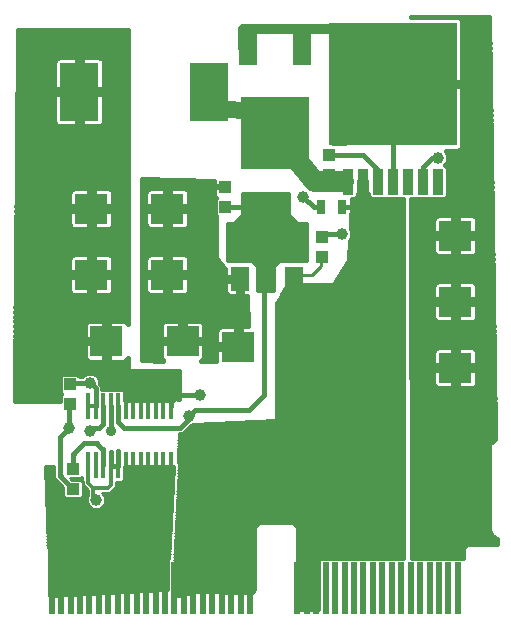
<source format=gtl>
G75*
%MOIN*%
%OFA0B0*%
%FSLAX25Y25*%
%IPPOS*%
%LPD*%
%AMOC8*
5,1,8,0,0,1.08239X$1,22.5*
%
%ADD10R,0.03937X0.04331*%
%ADD11R,0.03150X0.04724*%
%ADD12R,0.22835X0.24409*%
%ADD13R,0.06299X0.11811*%
%ADD14R,0.03600X0.08500*%
%ADD15R,0.42500X0.41000*%
%ADD16R,0.12992X0.19291*%
%ADD17R,0.14961X0.07874*%
%ADD18R,0.05906X0.07874*%
%ADD19R,0.01575X0.09055*%
%ADD20R,0.04331X0.03937*%
%ADD21R,0.02362X0.17717*%
%ADD22R,0.10906X0.10039*%
%ADD23C,0.01600*%
%ADD24C,0.05600*%
%ADD25C,0.07000*%
%ADD26C,0.03962*%
%ADD27C,0.03200*%
%ADD28C,0.02400*%
%ADD29C,0.01200*%
%ADD30C,0.04000*%
%ADD31C,0.01000*%
%ADD32C,0.03569*%
D10*
X0028700Y0075754D03*
X0028700Y0082446D03*
X0080500Y0141654D03*
X0080500Y0148346D03*
X0112730Y0131699D03*
X0112730Y0125006D03*
X0115000Y0152207D03*
X0115000Y0158900D03*
D11*
X0112361Y0141435D03*
X0119448Y0141435D03*
D12*
X0097000Y0166295D03*
D13*
X0088004Y0194563D03*
X0105996Y0194563D03*
D14*
X0121500Y0149811D03*
X0126500Y0149811D03*
X0131500Y0149811D03*
X0136500Y0149811D03*
X0141500Y0149811D03*
X0146500Y0149811D03*
X0151500Y0149811D03*
D15*
X0136500Y0182611D03*
D16*
X0075154Y0180000D03*
X0031846Y0180000D03*
D17*
X0094400Y0142402D03*
D18*
X0094400Y0117598D03*
X0085345Y0117598D03*
X0103455Y0117598D03*
D19*
X0062319Y0075124D03*
X0059819Y0075124D03*
X0057319Y0075124D03*
X0054819Y0075124D03*
X0052319Y0075124D03*
X0049819Y0075124D03*
X0047319Y0075124D03*
X0044819Y0075124D03*
X0042319Y0075124D03*
X0039819Y0075124D03*
X0037319Y0075124D03*
X0034819Y0075124D03*
X0034819Y0055439D03*
X0037319Y0055439D03*
X0039819Y0055439D03*
X0042319Y0055439D03*
X0044819Y0055439D03*
X0047319Y0055439D03*
X0049819Y0055439D03*
X0052319Y0055439D03*
X0054819Y0055439D03*
X0057319Y0055439D03*
X0059819Y0055439D03*
X0062319Y0055439D03*
D20*
X0029800Y0054246D03*
X0029800Y0047554D03*
D21*
X0028949Y0014449D03*
X0025799Y0014449D03*
X0022650Y0014449D03*
X0032098Y0014449D03*
X0035248Y0014449D03*
X0038398Y0014449D03*
X0041547Y0014449D03*
X0044697Y0014449D03*
X0047846Y0014449D03*
X0050996Y0014449D03*
X0054146Y0014449D03*
X0057295Y0014449D03*
X0060445Y0014449D03*
X0063594Y0014449D03*
X0066744Y0014449D03*
X0069894Y0014449D03*
X0073043Y0014449D03*
X0076193Y0014449D03*
X0079343Y0014449D03*
X0082492Y0014449D03*
X0085642Y0014449D03*
X0088791Y0014449D03*
X0104539Y0014449D03*
X0107689Y0014449D03*
X0110839Y0014449D03*
X0113988Y0014449D03*
X0117138Y0014449D03*
X0120287Y0014449D03*
X0123437Y0014449D03*
X0126587Y0014449D03*
X0129736Y0014449D03*
X0132886Y0014449D03*
X0136035Y0014449D03*
X0139185Y0014449D03*
X0142335Y0014449D03*
X0145484Y0014449D03*
X0148634Y0014449D03*
X0151783Y0014449D03*
X0154933Y0014449D03*
X0158083Y0014449D03*
D22*
X0157177Y0088000D03*
X0157177Y0110000D03*
X0157177Y0132000D03*
X0131823Y0132000D03*
X0131823Y0110000D03*
X0131823Y0088000D03*
X0110177Y0095000D03*
X0084823Y0095000D03*
X0066277Y0096900D03*
X0061177Y0119000D03*
X0061177Y0141000D03*
X0035823Y0141000D03*
X0035823Y0119000D03*
X0040923Y0096900D03*
D23*
X0040123Y0097078D02*
X0010497Y0097078D01*
X0010512Y0098676D02*
X0033670Y0098676D01*
X0033670Y0097700D02*
X0040123Y0097700D01*
X0040123Y0103720D01*
X0035233Y0103720D01*
X0034775Y0103597D01*
X0034365Y0103360D01*
X0034030Y0103025D01*
X0033793Y0102614D01*
X0033670Y0102157D01*
X0033670Y0097700D01*
X0033670Y0096100D02*
X0033670Y0091643D01*
X0033793Y0091186D01*
X0034030Y0090775D01*
X0034365Y0090440D01*
X0034775Y0090203D01*
X0035233Y0090080D01*
X0040123Y0090080D01*
X0040123Y0096100D01*
X0041723Y0096100D01*
X0041723Y0090080D01*
X0046613Y0090080D01*
X0047070Y0090203D01*
X0047481Y0090440D01*
X0047816Y0090775D01*
X0048000Y0091094D01*
X0048000Y0086800D01*
X0065100Y0086800D01*
X0065100Y0077500D01*
X0064906Y0077498D01*
X0064906Y0079889D01*
X0064784Y0080347D01*
X0064547Y0080757D01*
X0064212Y0081092D01*
X0063801Y0081329D01*
X0063343Y0081452D01*
X0062319Y0081452D01*
X0062319Y0080215D01*
X0062319Y0080215D01*
X0062319Y0081452D01*
X0061295Y0081452D01*
X0061069Y0081391D01*
X0060843Y0081452D01*
X0059819Y0081452D01*
X0059819Y0080215D01*
X0059819Y0080215D01*
X0059819Y0080215D01*
X0059819Y0081452D01*
X0058795Y0081452D01*
X0058569Y0081391D01*
X0058343Y0081452D01*
X0057319Y0081452D01*
X0057319Y0080215D01*
X0057319Y0080215D01*
X0057319Y0080215D01*
X0057319Y0081452D01*
X0056295Y0081452D01*
X0056069Y0081391D01*
X0055843Y0081452D01*
X0054819Y0081452D01*
X0054819Y0080215D01*
X0054819Y0080215D01*
X0054819Y0080215D01*
X0054819Y0081452D01*
X0053795Y0081452D01*
X0053569Y0081391D01*
X0053343Y0081452D01*
X0052319Y0081452D01*
X0052319Y0080215D01*
X0052319Y0080215D01*
X0052319Y0080215D01*
X0052319Y0081452D01*
X0051295Y0081452D01*
X0051069Y0081391D01*
X0050843Y0081452D01*
X0049819Y0081452D01*
X0049819Y0080215D01*
X0049819Y0080215D01*
X0049819Y0080215D01*
X0049819Y0081452D01*
X0048795Y0081452D01*
X0048569Y0081391D01*
X0048343Y0081452D01*
X0047319Y0081452D01*
X0047319Y0080215D01*
X0047319Y0081452D01*
X0046295Y0081452D01*
X0045837Y0081329D01*
X0045426Y0081092D01*
X0045386Y0081052D01*
X0039519Y0081052D01*
X0039519Y0082092D01*
X0038881Y0082730D01*
X0038881Y0083673D01*
X0038366Y0084915D01*
X0037415Y0085866D01*
X0036173Y0086381D01*
X0034827Y0086381D01*
X0033585Y0085866D01*
X0032918Y0085200D01*
X0032060Y0085200D01*
X0031248Y0086012D01*
X0026152Y0086012D01*
X0025331Y0085192D01*
X0025331Y0079701D01*
X0025933Y0079100D01*
X0025331Y0078499D01*
X0025331Y0076992D01*
X0010300Y0076800D01*
X0011500Y0200500D01*
X0048000Y0200500D01*
X0048000Y0102706D01*
X0047816Y0103025D01*
X0047481Y0103360D01*
X0047070Y0103597D01*
X0046613Y0103720D01*
X0041723Y0103720D01*
X0041723Y0097700D01*
X0040123Y0097700D01*
X0040123Y0096100D01*
X0033670Y0096100D01*
X0033670Y0095479D02*
X0010481Y0095479D01*
X0010466Y0093881D02*
X0033670Y0093881D01*
X0033670Y0092282D02*
X0010450Y0092282D01*
X0010435Y0090684D02*
X0034121Y0090684D01*
X0033638Y0085888D02*
X0031372Y0085888D01*
X0029946Y0083000D02*
X0028700Y0082446D01*
X0029946Y0083000D02*
X0035500Y0083000D01*
X0037319Y0081181D01*
X0037319Y0075124D01*
X0039819Y0075124D02*
X0039819Y0069319D01*
X0038500Y0068000D01*
X0036500Y0068000D01*
X0035500Y0067000D01*
X0037086Y0063000D02*
X0033500Y0063000D01*
X0030093Y0059593D01*
X0029800Y0058886D02*
X0029800Y0054246D01*
X0025500Y0052268D02*
X0025502Y0052208D01*
X0025507Y0052147D01*
X0025516Y0052088D01*
X0025529Y0052029D01*
X0025545Y0051970D01*
X0025565Y0051913D01*
X0025588Y0051858D01*
X0025615Y0051803D01*
X0025644Y0051751D01*
X0025677Y0051700D01*
X0025713Y0051651D01*
X0025751Y0051605D01*
X0025793Y0051561D01*
X0029800Y0047554D01*
X0025500Y0052268D02*
X0025500Y0065000D01*
X0028500Y0068000D01*
X0028500Y0075754D01*
X0028700Y0075754D01*
X0025331Y0077896D02*
X0010311Y0077896D01*
X0010326Y0079494D02*
X0025538Y0079494D01*
X0025331Y0081093D02*
X0010342Y0081093D01*
X0010357Y0082691D02*
X0025331Y0082691D01*
X0025331Y0084290D02*
X0010373Y0084290D01*
X0010388Y0085888D02*
X0026028Y0085888D01*
X0037362Y0085888D02*
X0065100Y0085888D01*
X0065100Y0084290D02*
X0038625Y0084290D01*
X0038920Y0082691D02*
X0065100Y0082691D01*
X0065100Y0081093D02*
X0064211Y0081093D01*
X0064906Y0079494D02*
X0065100Y0079494D01*
X0065100Y0077896D02*
X0064906Y0077896D01*
X0062319Y0075819D02*
X0062319Y0075124D01*
X0062323Y0075120D01*
X0061045Y0079000D02*
X0072100Y0079000D01*
X0070500Y0074000D02*
X0088500Y0074000D01*
X0093500Y0079000D01*
X0093500Y0116698D01*
X0091500Y0116260D02*
X0096500Y0116260D01*
X0096500Y0114662D02*
X0091500Y0114662D01*
X0091500Y0114000D02*
X0091500Y0122000D01*
X0089500Y0124000D01*
X0081500Y0124000D01*
X0081500Y0136000D01*
X0083500Y0136000D01*
X0086500Y0139000D01*
X0086500Y0146000D01*
X0101500Y0146000D01*
X0101500Y0139000D01*
X0104500Y0136000D01*
X0107500Y0136000D01*
X0107500Y0124000D01*
X0098500Y0124000D01*
X0096500Y0122000D01*
X0096500Y0114000D01*
X0091500Y0114000D01*
X0091500Y0117859D02*
X0096500Y0117859D01*
X0096500Y0119457D02*
X0091500Y0119457D01*
X0091500Y0121056D02*
X0096500Y0121056D01*
X0097154Y0122654D02*
X0090846Y0122654D01*
X0086021Y0116922D02*
X0084668Y0116922D01*
X0080592Y0116922D01*
X0080592Y0113424D01*
X0080715Y0112967D01*
X0080952Y0112556D01*
X0081287Y0112221D01*
X0081697Y0111984D01*
X0082155Y0111861D01*
X0084668Y0111861D01*
X0084668Y0116922D01*
X0084668Y0118275D01*
X0080592Y0118275D01*
X0080592Y0121000D01*
X0080500Y0121000D01*
X0077500Y0124600D01*
X0077500Y0138540D01*
X0077131Y0138908D01*
X0077131Y0144399D01*
X0077456Y0144723D01*
X0077426Y0144741D01*
X0077091Y0145076D01*
X0076854Y0145486D01*
X0076731Y0145944D01*
X0076731Y0148162D01*
X0080316Y0148162D01*
X0080316Y0148531D01*
X0076731Y0148531D01*
X0076731Y0150299D01*
X0052700Y0150800D01*
X0052800Y0090500D01*
X0059783Y0090403D01*
X0059719Y0090440D01*
X0059384Y0090775D01*
X0059147Y0091186D01*
X0059024Y0091643D01*
X0059024Y0096100D01*
X0065477Y0096100D01*
X0065477Y0097700D01*
X0059024Y0097700D01*
X0059024Y0102157D01*
X0059147Y0102614D01*
X0059384Y0103025D01*
X0059719Y0103360D01*
X0060130Y0103597D01*
X0060587Y0103720D01*
X0065477Y0103720D01*
X0065477Y0097700D01*
X0067077Y0097700D01*
X0067077Y0103720D01*
X0071967Y0103720D01*
X0072425Y0103597D01*
X0072835Y0103360D01*
X0073170Y0103025D01*
X0073407Y0102614D01*
X0073530Y0102157D01*
X0073530Y0097700D01*
X0067077Y0097700D01*
X0067077Y0096100D01*
X0073530Y0096100D01*
X0073530Y0091643D01*
X0073407Y0091186D01*
X0073170Y0090775D01*
X0072835Y0090440D01*
X0072466Y0090227D01*
X0077570Y0090156D01*
X0077570Y0094200D01*
X0084023Y0094200D01*
X0084023Y0095800D01*
X0084023Y0101820D01*
X0079133Y0101820D01*
X0078675Y0101697D01*
X0078265Y0101460D01*
X0077930Y0101125D01*
X0077693Y0100714D01*
X0077570Y0100257D01*
X0077570Y0095800D01*
X0084023Y0095800D01*
X0085623Y0095800D01*
X0085623Y0101820D01*
X0088160Y0101820D01*
X0087616Y0111861D01*
X0086021Y0111861D01*
X0086021Y0116922D01*
X0086021Y0116260D02*
X0084668Y0116260D01*
X0084668Y0114662D02*
X0086021Y0114662D01*
X0086021Y0113063D02*
X0084668Y0113063D01*
X0087637Y0111465D02*
X0052765Y0111465D01*
X0052763Y0113063D02*
X0054176Y0113063D01*
X0054284Y0112875D02*
X0054619Y0112540D01*
X0055030Y0112303D01*
X0055487Y0112180D01*
X0060377Y0112180D01*
X0060377Y0118200D01*
X0053924Y0118200D01*
X0053924Y0113743D01*
X0054047Y0113286D01*
X0054284Y0112875D01*
X0053924Y0114662D02*
X0052760Y0114662D01*
X0052757Y0116260D02*
X0053924Y0116260D01*
X0053924Y0117859D02*
X0052755Y0117859D01*
X0052752Y0119457D02*
X0060377Y0119457D01*
X0060377Y0119800D02*
X0060377Y0118200D01*
X0061977Y0118200D01*
X0061977Y0112180D01*
X0066867Y0112180D01*
X0067325Y0112303D01*
X0067735Y0112540D01*
X0068070Y0112875D01*
X0068307Y0113286D01*
X0068430Y0113743D01*
X0068430Y0118200D01*
X0061977Y0118200D01*
X0061977Y0119800D01*
X0060377Y0119800D01*
X0053924Y0119800D01*
X0053924Y0124257D01*
X0054047Y0124714D01*
X0054284Y0125125D01*
X0054619Y0125460D01*
X0055030Y0125697D01*
X0055487Y0125820D01*
X0060377Y0125820D01*
X0060377Y0119800D01*
X0060000Y0119700D02*
X0061400Y0119700D01*
X0061400Y0118700D01*
X0072400Y0118700D01*
X0072400Y0121000D01*
X0073900Y0118600D02*
X0061900Y0120600D01*
X0061900Y0118100D01*
X0061200Y0118100D01*
X0061200Y0118300D01*
X0060000Y0118300D01*
X0060000Y0119700D01*
X0060377Y0121056D02*
X0061977Y0121056D01*
X0061977Y0119800D02*
X0061977Y0125820D01*
X0066867Y0125820D01*
X0067325Y0125697D01*
X0067735Y0125460D01*
X0068070Y0125125D01*
X0068307Y0124714D01*
X0068430Y0124257D01*
X0068430Y0119800D01*
X0061977Y0119800D01*
X0061977Y0119457D02*
X0080592Y0119457D01*
X0080454Y0121056D02*
X0068430Y0121056D01*
X0068430Y0122654D02*
X0079122Y0122654D01*
X0077789Y0124253D02*
X0068430Y0124253D01*
X0068430Y0117859D02*
X0084668Y0117859D01*
X0080592Y0116260D02*
X0068430Y0116260D01*
X0068430Y0114662D02*
X0080592Y0114662D01*
X0080689Y0113063D02*
X0068179Y0113063D01*
X0061977Y0113063D02*
X0060377Y0113063D01*
X0060377Y0114662D02*
X0061977Y0114662D01*
X0061977Y0116260D02*
X0060377Y0116260D01*
X0060377Y0117859D02*
X0061977Y0117859D01*
X0061977Y0122654D02*
X0060377Y0122654D01*
X0060377Y0124253D02*
X0061977Y0124253D01*
X0053924Y0124253D02*
X0052744Y0124253D01*
X0052741Y0125851D02*
X0077500Y0125851D01*
X0077500Y0127450D02*
X0052739Y0127450D01*
X0052736Y0129048D02*
X0077500Y0129048D01*
X0077500Y0130647D02*
X0052733Y0130647D01*
X0052731Y0132245D02*
X0077500Y0132245D01*
X0077500Y0133844D02*
X0052728Y0133844D01*
X0052725Y0135442D02*
X0054005Y0135442D01*
X0054047Y0135286D02*
X0054284Y0134875D01*
X0054619Y0134540D01*
X0055030Y0134303D01*
X0055487Y0134180D01*
X0060377Y0134180D01*
X0060377Y0140200D01*
X0053924Y0140200D01*
X0053924Y0135743D01*
X0054047Y0135286D01*
X0053924Y0137041D02*
X0052723Y0137041D01*
X0052720Y0138639D02*
X0053924Y0138639D01*
X0052718Y0140238D02*
X0060377Y0140238D01*
X0060377Y0140200D02*
X0060377Y0141800D01*
X0053924Y0141800D01*
X0053924Y0146257D01*
X0054047Y0146714D01*
X0054284Y0147125D01*
X0054619Y0147460D01*
X0055030Y0147697D01*
X0055487Y0147820D01*
X0060377Y0147820D01*
X0060377Y0141800D01*
X0061977Y0141800D01*
X0061977Y0147820D01*
X0066867Y0147820D01*
X0067325Y0147697D01*
X0067735Y0147460D01*
X0068070Y0147125D01*
X0068307Y0146714D01*
X0068430Y0146257D01*
X0068430Y0141800D01*
X0061977Y0141800D01*
X0061977Y0140200D01*
X0061977Y0134180D01*
X0066867Y0134180D01*
X0067325Y0134303D01*
X0067735Y0134540D01*
X0068070Y0134875D01*
X0068307Y0135286D01*
X0068430Y0135743D01*
X0068430Y0140200D01*
X0061977Y0140200D01*
X0060377Y0140200D01*
X0060377Y0138639D02*
X0061977Y0138639D01*
X0061977Y0137041D02*
X0060377Y0137041D01*
X0060377Y0135442D02*
X0061977Y0135442D01*
X0061977Y0140238D02*
X0077131Y0140238D01*
X0077131Y0141836D02*
X0068430Y0141836D01*
X0068430Y0143435D02*
X0077131Y0143435D01*
X0077134Y0145033D02*
X0068430Y0145033D01*
X0068329Y0146632D02*
X0076731Y0146632D01*
X0076731Y0149829D02*
X0052702Y0149829D01*
X0052704Y0148230D02*
X0080316Y0148230D01*
X0080500Y0141654D02*
X0086846Y0141654D01*
X0088500Y0140000D01*
X0091998Y0140000D01*
X0094400Y0142402D01*
X0101500Y0141836D02*
X0086500Y0141836D01*
X0086500Y0140238D02*
X0101500Y0140238D01*
X0101861Y0138639D02*
X0086139Y0138639D01*
X0084541Y0137041D02*
X0103459Y0137041D01*
X0107500Y0135442D02*
X0081500Y0135442D01*
X0081500Y0133844D02*
X0107500Y0133844D01*
X0107500Y0132245D02*
X0081500Y0132245D01*
X0081500Y0130647D02*
X0107500Y0130647D01*
X0107500Y0129048D02*
X0081500Y0129048D01*
X0081500Y0127450D02*
X0107500Y0127450D01*
X0107500Y0125851D02*
X0081500Y0125851D01*
X0081500Y0124253D02*
X0107500Y0124253D01*
X0112500Y0124776D02*
X0112730Y0125006D01*
X0112730Y0131699D02*
X0113611Y0132581D01*
X0119505Y0132581D01*
X0119448Y0141435D02*
X0126339Y0141435D01*
X0126500Y0141596D01*
X0121694Y0149394D02*
X0121500Y0149811D01*
X0119835Y0150301D01*
X0121694Y0149394D02*
X0121694Y0151622D01*
X0121663Y0151654D01*
X0115000Y0152207D01*
X0115000Y0158900D02*
X0126600Y0158821D01*
X0131500Y0154000D01*
X0131500Y0149811D01*
X0136500Y0149811D02*
X0136500Y0167500D01*
X0134500Y0169500D01*
X0142538Y0181811D02*
X0142535Y0183411D01*
X0159550Y0183411D01*
X0159550Y0203348D01*
X0159427Y0203806D01*
X0159190Y0204216D01*
X0158855Y0204551D01*
X0158445Y0204788D01*
X0157987Y0204911D01*
X0142500Y0204911D01*
X0142500Y0205000D01*
X0168500Y0205000D01*
X0170490Y0064093D01*
X0169630Y0063737D01*
X0168913Y0063019D01*
X0168525Y0062082D01*
X0168525Y0033528D01*
X0169525Y0031796D01*
X0170958Y0030969D01*
X0170982Y0029243D01*
X0161709Y0029243D01*
X0160772Y0028855D01*
X0160055Y0028137D01*
X0159667Y0027200D01*
X0159667Y0024707D01*
X0142794Y0024707D01*
X0142599Y0144161D01*
X0143880Y0144161D01*
X0144000Y0144281D01*
X0144120Y0144161D01*
X0148880Y0144161D01*
X0149000Y0144281D01*
X0149120Y0144161D01*
X0153880Y0144161D01*
X0154700Y0144981D01*
X0154700Y0154641D01*
X0153880Y0155461D01*
X0153742Y0155461D01*
X0154366Y0156085D01*
X0154881Y0157327D01*
X0154881Y0158673D01*
X0154366Y0159915D01*
X0153971Y0160311D01*
X0157987Y0160311D01*
X0158445Y0160433D01*
X0158855Y0160670D01*
X0159190Y0161006D01*
X0159427Y0161416D01*
X0159550Y0161874D01*
X0159550Y0181811D01*
X0142538Y0181811D01*
X0142535Y0183398D02*
X0168805Y0183398D01*
X0168783Y0184996D02*
X0159550Y0184996D01*
X0159550Y0186595D02*
X0168760Y0186595D01*
X0168737Y0188193D02*
X0159550Y0188193D01*
X0159550Y0189792D02*
X0168715Y0189792D01*
X0168692Y0191390D02*
X0159550Y0191390D01*
X0159550Y0192989D02*
X0168670Y0192989D01*
X0168647Y0194587D02*
X0159550Y0194587D01*
X0159550Y0196186D02*
X0168624Y0196186D01*
X0168602Y0197784D02*
X0159550Y0197784D01*
X0159550Y0199383D02*
X0168579Y0199383D01*
X0168557Y0200981D02*
X0159550Y0200981D01*
X0159550Y0202580D02*
X0168534Y0202580D01*
X0168512Y0204178D02*
X0159212Y0204178D01*
X0159550Y0181799D02*
X0168828Y0181799D01*
X0168850Y0180201D02*
X0159550Y0180201D01*
X0159550Y0178602D02*
X0168873Y0178602D01*
X0168895Y0177003D02*
X0159550Y0177003D01*
X0159550Y0175405D02*
X0168918Y0175405D01*
X0168941Y0173806D02*
X0159550Y0173806D01*
X0159550Y0172208D02*
X0168963Y0172208D01*
X0168986Y0170609D02*
X0159550Y0170609D01*
X0159550Y0169011D02*
X0169008Y0169011D01*
X0169031Y0167412D02*
X0159550Y0167412D01*
X0159550Y0165814D02*
X0169053Y0165814D01*
X0169076Y0164215D02*
X0159550Y0164215D01*
X0159550Y0162617D02*
X0169099Y0162617D01*
X0169121Y0161018D02*
X0159198Y0161018D01*
X0154881Y0157821D02*
X0169166Y0157821D01*
X0169189Y0156223D02*
X0154424Y0156223D01*
X0154700Y0154624D02*
X0169211Y0154624D01*
X0169234Y0153026D02*
X0154700Y0153026D01*
X0154700Y0151427D02*
X0169257Y0151427D01*
X0169279Y0149829D02*
X0154700Y0149829D01*
X0154700Y0148230D02*
X0169302Y0148230D01*
X0169324Y0146632D02*
X0154700Y0146632D01*
X0154700Y0145033D02*
X0169347Y0145033D01*
X0169369Y0143435D02*
X0142600Y0143435D01*
X0142603Y0141836D02*
X0169392Y0141836D01*
X0169415Y0140238D02*
X0142606Y0140238D01*
X0142608Y0138639D02*
X0150930Y0138639D01*
X0151030Y0138697D02*
X0150619Y0138460D01*
X0150284Y0138125D01*
X0150047Y0137714D01*
X0149924Y0137257D01*
X0149924Y0132800D01*
X0156377Y0132800D01*
X0156377Y0131200D01*
X0149924Y0131200D01*
X0149924Y0126743D01*
X0150047Y0126286D01*
X0150284Y0125875D01*
X0150619Y0125540D01*
X0151030Y0125303D01*
X0151487Y0125180D01*
X0156377Y0125180D01*
X0156377Y0131200D01*
X0157977Y0131200D01*
X0157977Y0125180D01*
X0162867Y0125180D01*
X0163325Y0125303D01*
X0163735Y0125540D01*
X0164070Y0125875D01*
X0164307Y0126286D01*
X0164430Y0126743D01*
X0164430Y0131200D01*
X0157977Y0131200D01*
X0157977Y0132800D01*
X0156377Y0132800D01*
X0156377Y0138820D01*
X0151487Y0138820D01*
X0151030Y0138697D01*
X0149924Y0137041D02*
X0142611Y0137041D01*
X0142613Y0135442D02*
X0149924Y0135442D01*
X0149924Y0133844D02*
X0142616Y0133844D01*
X0142619Y0132245D02*
X0156377Y0132245D01*
X0156377Y0130647D02*
X0157977Y0130647D01*
X0157977Y0132245D02*
X0169527Y0132245D01*
X0169550Y0130647D02*
X0164430Y0130647D01*
X0164430Y0129048D02*
X0169573Y0129048D01*
X0169595Y0127450D02*
X0164430Y0127450D01*
X0164046Y0125851D02*
X0169618Y0125851D01*
X0169640Y0124253D02*
X0142632Y0124253D01*
X0142629Y0125851D02*
X0150308Y0125851D01*
X0149924Y0127450D02*
X0142626Y0127450D01*
X0142624Y0129048D02*
X0149924Y0129048D01*
X0149924Y0130647D02*
X0142621Y0130647D01*
X0142634Y0122654D02*
X0169663Y0122654D01*
X0169686Y0121056D02*
X0142637Y0121056D01*
X0142639Y0119457D02*
X0169708Y0119457D01*
X0169731Y0117859D02*
X0142642Y0117859D01*
X0142645Y0116260D02*
X0150419Y0116260D01*
X0150284Y0116125D02*
X0150619Y0116460D01*
X0151030Y0116697D01*
X0151487Y0116820D01*
X0156377Y0116820D01*
X0156377Y0110800D01*
X0156377Y0109200D01*
X0149924Y0109200D01*
X0149924Y0104743D01*
X0150047Y0104286D01*
X0150284Y0103875D01*
X0150619Y0103540D01*
X0151030Y0103303D01*
X0151487Y0103180D01*
X0156377Y0103180D01*
X0156377Y0109200D01*
X0157977Y0109200D01*
X0157977Y0103180D01*
X0162867Y0103180D01*
X0163325Y0103303D01*
X0163735Y0103540D01*
X0164070Y0103875D01*
X0164307Y0104286D01*
X0164430Y0104743D01*
X0164430Y0109200D01*
X0157977Y0109200D01*
X0157977Y0110800D01*
X0156377Y0110800D01*
X0149924Y0110800D01*
X0149924Y0115257D01*
X0150047Y0115714D01*
X0150284Y0116125D01*
X0149924Y0114662D02*
X0142647Y0114662D01*
X0142650Y0113063D02*
X0149924Y0113063D01*
X0149924Y0111465D02*
X0142652Y0111465D01*
X0142655Y0109866D02*
X0156377Y0109866D01*
X0156377Y0108268D02*
X0157977Y0108268D01*
X0157977Y0109866D02*
X0169844Y0109866D01*
X0169866Y0108268D02*
X0164430Y0108268D01*
X0164430Y0106669D02*
X0169889Y0106669D01*
X0169911Y0105070D02*
X0164430Y0105070D01*
X0163617Y0103472D02*
X0169934Y0103472D01*
X0169956Y0101873D02*
X0142668Y0101873D01*
X0142671Y0100275D02*
X0169979Y0100275D01*
X0170002Y0098676D02*
X0142673Y0098676D01*
X0142676Y0097078D02*
X0170024Y0097078D01*
X0170047Y0095479D02*
X0142679Y0095479D01*
X0142681Y0093881D02*
X0150143Y0093881D01*
X0150047Y0093714D02*
X0149924Y0093257D01*
X0149924Y0088800D01*
X0156377Y0088800D01*
X0156377Y0087200D01*
X0149924Y0087200D01*
X0149924Y0082743D01*
X0150047Y0082286D01*
X0150284Y0081875D01*
X0150619Y0081540D01*
X0151030Y0081303D01*
X0151487Y0081180D01*
X0156377Y0081180D01*
X0156377Y0087200D01*
X0157977Y0087200D01*
X0157977Y0081180D01*
X0162867Y0081180D01*
X0163325Y0081303D01*
X0163735Y0081540D01*
X0164070Y0081875D01*
X0164307Y0082286D01*
X0164430Y0082743D01*
X0164430Y0087200D01*
X0157977Y0087200D01*
X0157977Y0088800D01*
X0156377Y0088800D01*
X0156377Y0094820D01*
X0151487Y0094820D01*
X0151030Y0094697D01*
X0150619Y0094460D01*
X0150284Y0094125D01*
X0150047Y0093714D01*
X0149924Y0092282D02*
X0142684Y0092282D01*
X0142686Y0090684D02*
X0149924Y0090684D01*
X0149924Y0089085D02*
X0142689Y0089085D01*
X0142692Y0087487D02*
X0156377Y0087487D01*
X0156377Y0089085D02*
X0157977Y0089085D01*
X0157977Y0088800D02*
X0157977Y0094820D01*
X0162867Y0094820D01*
X0163325Y0094697D01*
X0163735Y0094460D01*
X0164070Y0094125D01*
X0164307Y0093714D01*
X0164430Y0093257D01*
X0164430Y0088800D01*
X0157977Y0088800D01*
X0157977Y0087487D02*
X0170160Y0087487D01*
X0170137Y0089085D02*
X0164430Y0089085D01*
X0164430Y0090684D02*
X0170114Y0090684D01*
X0170092Y0092282D02*
X0164430Y0092282D01*
X0164211Y0093881D02*
X0170069Y0093881D01*
X0170182Y0085888D02*
X0164430Y0085888D01*
X0164430Y0084290D02*
X0170205Y0084290D01*
X0170227Y0082691D02*
X0164416Y0082691D01*
X0170250Y0081093D02*
X0142702Y0081093D01*
X0142699Y0082691D02*
X0149938Y0082691D01*
X0149924Y0084290D02*
X0142697Y0084290D01*
X0142694Y0085888D02*
X0149924Y0085888D01*
X0156377Y0085888D02*
X0157977Y0085888D01*
X0157977Y0084290D02*
X0156377Y0084290D01*
X0156377Y0082691D02*
X0157977Y0082691D01*
X0157977Y0090684D02*
X0156377Y0090684D01*
X0156377Y0092282D02*
X0157977Y0092282D01*
X0157977Y0093881D02*
X0156377Y0093881D01*
X0156377Y0103472D02*
X0157977Y0103472D01*
X0157977Y0105070D02*
X0156377Y0105070D01*
X0156377Y0106669D02*
X0157977Y0106669D01*
X0157977Y0110800D02*
X0164430Y0110800D01*
X0164430Y0115257D01*
X0164307Y0115714D01*
X0164070Y0116125D01*
X0163735Y0116460D01*
X0163325Y0116697D01*
X0162867Y0116820D01*
X0157977Y0116820D01*
X0157977Y0110800D01*
X0157977Y0111465D02*
X0156377Y0111465D01*
X0156377Y0113063D02*
X0157977Y0113063D01*
X0157977Y0114662D02*
X0156377Y0114662D01*
X0156377Y0116260D02*
X0157977Y0116260D01*
X0163935Y0116260D02*
X0169753Y0116260D01*
X0169776Y0114662D02*
X0164430Y0114662D01*
X0164430Y0113063D02*
X0169798Y0113063D01*
X0169821Y0111465D02*
X0164430Y0111465D01*
X0157977Y0125851D02*
X0156377Y0125851D01*
X0156377Y0127450D02*
X0157977Y0127450D01*
X0157977Y0129048D02*
X0156377Y0129048D01*
X0157977Y0132800D02*
X0164430Y0132800D01*
X0164430Y0137257D01*
X0164307Y0137714D01*
X0164070Y0138125D01*
X0163735Y0138460D01*
X0163325Y0138697D01*
X0162867Y0138820D01*
X0157977Y0138820D01*
X0157977Y0132800D01*
X0157977Y0133844D02*
X0156377Y0133844D01*
X0156377Y0135442D02*
X0157977Y0135442D01*
X0157977Y0137041D02*
X0156377Y0137041D01*
X0156377Y0138639D02*
X0157977Y0138639D01*
X0163425Y0138639D02*
X0169437Y0138639D01*
X0169460Y0137041D02*
X0164430Y0137041D01*
X0164430Y0135442D02*
X0169482Y0135442D01*
X0169505Y0133844D02*
X0164430Y0133844D01*
X0146500Y0149811D02*
X0146500Y0155000D01*
X0149207Y0157707D01*
X0149914Y0158000D02*
X0151500Y0158000D01*
X0149914Y0158000D02*
X0149854Y0157998D01*
X0149793Y0157993D01*
X0149734Y0157984D01*
X0149675Y0157971D01*
X0149616Y0157955D01*
X0149559Y0157935D01*
X0149504Y0157912D01*
X0149449Y0157885D01*
X0149397Y0157856D01*
X0149346Y0157823D01*
X0149297Y0157787D01*
X0149251Y0157749D01*
X0149207Y0157707D01*
X0154572Y0159420D02*
X0169144Y0159420D01*
X0149924Y0108268D02*
X0142658Y0108268D01*
X0142660Y0106669D02*
X0149924Y0106669D01*
X0149924Y0105070D02*
X0142663Y0105070D01*
X0142666Y0103472D02*
X0150737Y0103472D01*
X0142705Y0079494D02*
X0170272Y0079494D01*
X0170295Y0077896D02*
X0142707Y0077896D01*
X0142710Y0076297D02*
X0170318Y0076297D01*
X0170340Y0074699D02*
X0142712Y0074699D01*
X0142715Y0073100D02*
X0170363Y0073100D01*
X0170385Y0071502D02*
X0142718Y0071502D01*
X0142720Y0069903D02*
X0170408Y0069903D01*
X0170430Y0068305D02*
X0142723Y0068305D01*
X0142725Y0066706D02*
X0170453Y0066706D01*
X0170476Y0065108D02*
X0142728Y0065108D01*
X0142731Y0063509D02*
X0169403Y0063509D01*
X0168525Y0061911D02*
X0142733Y0061911D01*
X0142736Y0060312D02*
X0168525Y0060312D01*
X0168525Y0058714D02*
X0142739Y0058714D01*
X0142741Y0057115D02*
X0168525Y0057115D01*
X0168525Y0055517D02*
X0142744Y0055517D01*
X0142746Y0053918D02*
X0168525Y0053918D01*
X0168525Y0052320D02*
X0142749Y0052320D01*
X0142752Y0050721D02*
X0168525Y0050721D01*
X0168525Y0049123D02*
X0142754Y0049123D01*
X0142757Y0047524D02*
X0168525Y0047524D01*
X0168525Y0045926D02*
X0142759Y0045926D01*
X0142762Y0044327D02*
X0168525Y0044327D01*
X0168525Y0042729D02*
X0142765Y0042729D01*
X0142767Y0041130D02*
X0168525Y0041130D01*
X0168525Y0039532D02*
X0142770Y0039532D01*
X0142772Y0037933D02*
X0168525Y0037933D01*
X0168525Y0036334D02*
X0142775Y0036334D01*
X0142778Y0034736D02*
X0168525Y0034736D01*
X0168750Y0033137D02*
X0142780Y0033137D01*
X0142783Y0031539D02*
X0169970Y0031539D01*
X0169525Y0031796D02*
X0169525Y0031796D01*
X0170972Y0029940D02*
X0142785Y0029940D01*
X0142788Y0028342D02*
X0160259Y0028342D01*
X0159667Y0026743D02*
X0142791Y0026743D01*
X0142793Y0025145D02*
X0159667Y0025145D01*
X0088157Y0101873D02*
X0073530Y0101873D01*
X0073530Y0100275D02*
X0077575Y0100275D01*
X0077570Y0098676D02*
X0073530Y0098676D01*
X0073530Y0095479D02*
X0084023Y0095479D01*
X0084023Y0097078D02*
X0085623Y0097078D01*
X0085623Y0098676D02*
X0084023Y0098676D01*
X0084023Y0100275D02*
X0085623Y0100275D01*
X0088070Y0103472D02*
X0072641Y0103472D01*
X0067077Y0103472D02*
X0065477Y0103472D01*
X0065477Y0101873D02*
X0067077Y0101873D01*
X0067077Y0100275D02*
X0065477Y0100275D01*
X0065477Y0098676D02*
X0067077Y0098676D01*
X0067077Y0097078D02*
X0077570Y0097078D01*
X0077570Y0093881D02*
X0073530Y0093881D01*
X0073530Y0092282D02*
X0077570Y0092282D01*
X0077570Y0090684D02*
X0073079Y0090684D01*
X0065477Y0097078D02*
X0052789Y0097078D01*
X0052786Y0098676D02*
X0059024Y0098676D01*
X0059024Y0100275D02*
X0052784Y0100275D01*
X0052781Y0101873D02*
X0059024Y0101873D01*
X0059913Y0103472D02*
X0052778Y0103472D01*
X0052776Y0105070D02*
X0087984Y0105070D01*
X0087897Y0106669D02*
X0052773Y0106669D01*
X0052771Y0108268D02*
X0087810Y0108268D01*
X0087724Y0109866D02*
X0052768Y0109866D01*
X0048000Y0109866D02*
X0010621Y0109866D01*
X0010605Y0108268D02*
X0048000Y0108268D01*
X0048000Y0106669D02*
X0010590Y0106669D01*
X0010574Y0105070D02*
X0048000Y0105070D01*
X0048000Y0103472D02*
X0047287Y0103472D01*
X0041723Y0103472D02*
X0040123Y0103472D01*
X0040123Y0101873D02*
X0041723Y0101873D01*
X0041723Y0100275D02*
X0040123Y0100275D01*
X0040123Y0098676D02*
X0041723Y0098676D01*
X0041723Y0095479D02*
X0040123Y0095479D01*
X0040123Y0093881D02*
X0041723Y0093881D01*
X0041723Y0092282D02*
X0040123Y0092282D01*
X0040123Y0090684D02*
X0041723Y0090684D01*
X0047725Y0090684D02*
X0048000Y0090684D01*
X0048000Y0089085D02*
X0010419Y0089085D01*
X0010404Y0087487D02*
X0048000Y0087487D01*
X0052800Y0090684D02*
X0059475Y0090684D01*
X0059024Y0092282D02*
X0052797Y0092282D01*
X0052794Y0093881D02*
X0059024Y0093881D01*
X0059024Y0095479D02*
X0052792Y0095479D01*
X0052319Y0081093D02*
X0052319Y0081093D01*
X0049819Y0081093D02*
X0049819Y0081093D01*
X0047319Y0081093D02*
X0047319Y0081093D01*
X0047319Y0080215D02*
X0047319Y0080215D01*
X0045427Y0081093D02*
X0039519Y0081093D01*
X0042319Y0075124D02*
X0042319Y0066819D01*
X0044800Y0070000D02*
X0046800Y0068000D01*
X0065500Y0068000D01*
X0068500Y0071000D01*
X0068500Y0072000D01*
X0070500Y0074000D01*
X0062319Y0081093D02*
X0062319Y0081093D01*
X0059819Y0081093D02*
X0059819Y0081093D01*
X0057319Y0081093D02*
X0057319Y0081093D01*
X0054819Y0081093D02*
X0054819Y0081093D01*
X0044819Y0075124D02*
X0044819Y0070019D01*
X0044800Y0070000D01*
X0037793Y0062707D02*
X0039526Y0060974D01*
X0039819Y0060267D02*
X0039819Y0055439D01*
X0042319Y0055439D02*
X0042319Y0059819D01*
X0044819Y0060319D02*
X0044819Y0055439D01*
X0044638Y0055258D01*
X0042500Y0055258D01*
X0039819Y0060267D02*
X0039817Y0060327D01*
X0039812Y0060388D01*
X0039803Y0060447D01*
X0039790Y0060506D01*
X0039774Y0060565D01*
X0039754Y0060622D01*
X0039731Y0060677D01*
X0039704Y0060732D01*
X0039675Y0060784D01*
X0039642Y0060835D01*
X0039606Y0060884D01*
X0039568Y0060930D01*
X0039526Y0060974D01*
X0037793Y0062707D02*
X0037749Y0062749D01*
X0037703Y0062787D01*
X0037654Y0062823D01*
X0037603Y0062856D01*
X0037551Y0062885D01*
X0037496Y0062912D01*
X0037441Y0062935D01*
X0037384Y0062955D01*
X0037325Y0062971D01*
X0037266Y0062984D01*
X0037207Y0062993D01*
X0037146Y0062998D01*
X0037086Y0063000D01*
X0030093Y0059593D02*
X0030051Y0059549D01*
X0030013Y0059503D01*
X0029977Y0059454D01*
X0029944Y0059403D01*
X0029915Y0059351D01*
X0029888Y0059296D01*
X0029865Y0059241D01*
X0029845Y0059184D01*
X0029829Y0059125D01*
X0029816Y0059066D01*
X0029807Y0059007D01*
X0029802Y0058946D01*
X0029800Y0058886D01*
X0033670Y0100275D02*
X0010528Y0100275D01*
X0010543Y0101873D02*
X0033670Y0101873D01*
X0034559Y0103472D02*
X0010559Y0103472D01*
X0010636Y0111465D02*
X0048000Y0111465D01*
X0048000Y0113063D02*
X0042824Y0113063D01*
X0042716Y0112875D02*
X0042953Y0113286D01*
X0043076Y0113743D01*
X0043076Y0118200D01*
X0036623Y0118200D01*
X0036623Y0119800D01*
X0043076Y0119800D01*
X0043076Y0124257D01*
X0042953Y0124714D01*
X0042716Y0125125D01*
X0042381Y0125460D01*
X0041970Y0125697D01*
X0041513Y0125820D01*
X0036623Y0125820D01*
X0036623Y0119800D01*
X0035023Y0119800D01*
X0035023Y0125820D01*
X0030133Y0125820D01*
X0029675Y0125697D01*
X0029265Y0125460D01*
X0028930Y0125125D01*
X0028693Y0124714D01*
X0028570Y0124257D01*
X0028570Y0119800D01*
X0035023Y0119800D01*
X0035023Y0118200D01*
X0036623Y0118200D01*
X0036623Y0112180D01*
X0041513Y0112180D01*
X0041970Y0112303D01*
X0042381Y0112540D01*
X0042716Y0112875D01*
X0043076Y0114662D02*
X0048000Y0114662D01*
X0048000Y0116260D02*
X0043076Y0116260D01*
X0043076Y0117859D02*
X0048000Y0117859D01*
X0048000Y0119457D02*
X0036623Y0119457D01*
X0036623Y0117859D02*
X0035023Y0117859D01*
X0035023Y0118200D02*
X0035023Y0112180D01*
X0030133Y0112180D01*
X0029675Y0112303D01*
X0029265Y0112540D01*
X0028930Y0112875D01*
X0028693Y0113286D01*
X0028570Y0113743D01*
X0028570Y0118200D01*
X0035023Y0118200D01*
X0035023Y0119457D02*
X0010714Y0119457D01*
X0010698Y0117859D02*
X0028570Y0117859D01*
X0028570Y0116260D02*
X0010683Y0116260D01*
X0010667Y0114662D02*
X0028570Y0114662D01*
X0028821Y0113063D02*
X0010652Y0113063D01*
X0010729Y0121056D02*
X0028570Y0121056D01*
X0028570Y0122654D02*
X0010745Y0122654D01*
X0010760Y0124253D02*
X0028570Y0124253D01*
X0035023Y0124253D02*
X0036623Y0124253D01*
X0036623Y0122654D02*
X0035023Y0122654D01*
X0035023Y0121056D02*
X0036623Y0121056D01*
X0036623Y0116260D02*
X0035023Y0116260D01*
X0035023Y0114662D02*
X0036623Y0114662D01*
X0036623Y0113063D02*
X0035023Y0113063D01*
X0043076Y0121056D02*
X0048000Y0121056D01*
X0048000Y0122654D02*
X0043076Y0122654D01*
X0043076Y0124253D02*
X0048000Y0124253D01*
X0048000Y0125851D02*
X0010776Y0125851D01*
X0010791Y0127450D02*
X0048000Y0127450D01*
X0048000Y0129048D02*
X0010807Y0129048D01*
X0010822Y0130647D02*
X0048000Y0130647D01*
X0048000Y0132245D02*
X0010838Y0132245D01*
X0010853Y0133844D02*
X0048000Y0133844D01*
X0048000Y0135442D02*
X0042995Y0135442D01*
X0042953Y0135286D02*
X0043076Y0135743D01*
X0043076Y0140200D01*
X0036623Y0140200D01*
X0036623Y0141800D01*
X0043076Y0141800D01*
X0043076Y0146257D01*
X0042953Y0146714D01*
X0042716Y0147125D01*
X0042381Y0147460D01*
X0041970Y0147697D01*
X0041513Y0147820D01*
X0036623Y0147820D01*
X0036623Y0141800D01*
X0035023Y0141800D01*
X0035023Y0147820D01*
X0030133Y0147820D01*
X0029675Y0147697D01*
X0029265Y0147460D01*
X0028930Y0147125D01*
X0028693Y0146714D01*
X0028570Y0146257D01*
X0028570Y0141800D01*
X0035023Y0141800D01*
X0035023Y0140200D01*
X0036623Y0140200D01*
X0036623Y0134180D01*
X0041513Y0134180D01*
X0041970Y0134303D01*
X0042381Y0134540D01*
X0042716Y0134875D01*
X0042953Y0135286D01*
X0043076Y0137041D02*
X0048000Y0137041D01*
X0048000Y0138639D02*
X0043076Y0138639D01*
X0043076Y0141836D02*
X0048000Y0141836D01*
X0048000Y0140238D02*
X0036623Y0140238D01*
X0036623Y0141836D02*
X0035023Y0141836D01*
X0035023Y0140238D02*
X0010915Y0140238D01*
X0010931Y0141836D02*
X0028570Y0141836D01*
X0028570Y0143435D02*
X0010946Y0143435D01*
X0010962Y0145033D02*
X0028570Y0145033D01*
X0028671Y0146632D02*
X0010977Y0146632D01*
X0010993Y0148230D02*
X0048000Y0148230D01*
X0048000Y0146632D02*
X0042975Y0146632D01*
X0043076Y0145033D02*
X0048000Y0145033D01*
X0048000Y0143435D02*
X0043076Y0143435D01*
X0036623Y0143435D02*
X0035023Y0143435D01*
X0035023Y0145033D02*
X0036623Y0145033D01*
X0036623Y0146632D02*
X0035023Y0146632D01*
X0035023Y0140200D02*
X0028570Y0140200D01*
X0028570Y0135743D01*
X0028693Y0135286D01*
X0028930Y0134875D01*
X0029265Y0134540D01*
X0029675Y0134303D01*
X0030133Y0134180D01*
X0035023Y0134180D01*
X0035023Y0140200D01*
X0035023Y0138639D02*
X0036623Y0138639D01*
X0036623Y0137041D02*
X0035023Y0137041D01*
X0035023Y0135442D02*
X0036623Y0135442D01*
X0028651Y0135442D02*
X0010869Y0135442D01*
X0010884Y0137041D02*
X0028570Y0137041D01*
X0028570Y0138639D02*
X0010900Y0138639D01*
X0011008Y0149829D02*
X0048000Y0149829D01*
X0048000Y0151427D02*
X0011024Y0151427D01*
X0011039Y0153026D02*
X0048000Y0153026D01*
X0048000Y0154624D02*
X0011055Y0154624D01*
X0011070Y0156223D02*
X0048000Y0156223D01*
X0048000Y0157821D02*
X0011086Y0157821D01*
X0011101Y0159420D02*
X0048000Y0159420D01*
X0048000Y0161018D02*
X0011117Y0161018D01*
X0011132Y0162617D02*
X0048000Y0162617D01*
X0048000Y0164215D02*
X0011148Y0164215D01*
X0011164Y0165814D02*
X0048000Y0165814D01*
X0048000Y0167412D02*
X0011179Y0167412D01*
X0011195Y0169011D02*
X0024148Y0169011D01*
X0024245Y0168914D02*
X0024656Y0168677D01*
X0025113Y0168554D01*
X0031046Y0168554D01*
X0031046Y0179200D01*
X0023550Y0179200D01*
X0023550Y0170117D01*
X0023673Y0169660D01*
X0023910Y0169249D01*
X0024245Y0168914D01*
X0023550Y0170609D02*
X0011210Y0170609D01*
X0011226Y0172208D02*
X0023550Y0172208D01*
X0023550Y0173806D02*
X0011241Y0173806D01*
X0011257Y0175405D02*
X0023550Y0175405D01*
X0023550Y0177003D02*
X0011272Y0177003D01*
X0011288Y0178602D02*
X0023550Y0178602D01*
X0023550Y0180800D02*
X0031046Y0180800D01*
X0031046Y0179200D01*
X0032646Y0179200D01*
X0032646Y0168554D01*
X0038579Y0168554D01*
X0039037Y0168677D01*
X0039448Y0168914D01*
X0039783Y0169249D01*
X0040020Y0169660D01*
X0040143Y0170117D01*
X0040142Y0179200D01*
X0032646Y0179200D01*
X0032646Y0180800D01*
X0031046Y0180800D01*
X0031046Y0191446D01*
X0025113Y0191446D01*
X0024656Y0191323D01*
X0024245Y0191086D01*
X0023910Y0190751D01*
X0023673Y0190340D01*
X0023550Y0189883D01*
X0023550Y0180800D01*
X0023550Y0181799D02*
X0011319Y0181799D01*
X0011303Y0180201D02*
X0031046Y0180201D01*
X0031046Y0181799D02*
X0032646Y0181799D01*
X0032646Y0180800D02*
X0032646Y0191446D01*
X0038579Y0191446D01*
X0039037Y0191323D01*
X0039448Y0191086D01*
X0039783Y0190751D01*
X0040020Y0190340D01*
X0040143Y0189883D01*
X0040143Y0180800D01*
X0032646Y0180800D01*
X0032646Y0180201D02*
X0048000Y0180201D01*
X0048000Y0181799D02*
X0040143Y0181799D01*
X0040143Y0183398D02*
X0048000Y0183398D01*
X0048000Y0184996D02*
X0040143Y0184996D01*
X0040143Y0186595D02*
X0048000Y0186595D01*
X0048000Y0188193D02*
X0040143Y0188193D01*
X0040143Y0189792D02*
X0048000Y0189792D01*
X0048000Y0191390D02*
X0038787Y0191390D01*
X0032646Y0191390D02*
X0031046Y0191390D01*
X0031046Y0189792D02*
X0032646Y0189792D01*
X0032646Y0188193D02*
X0031046Y0188193D01*
X0031046Y0186595D02*
X0032646Y0186595D01*
X0032646Y0184996D02*
X0031046Y0184996D01*
X0031046Y0183398D02*
X0032646Y0183398D01*
X0032646Y0178602D02*
X0031046Y0178602D01*
X0031046Y0177003D02*
X0032646Y0177003D01*
X0032646Y0175405D02*
X0031046Y0175405D01*
X0031046Y0173806D02*
X0032646Y0173806D01*
X0032646Y0172208D02*
X0031046Y0172208D01*
X0031046Y0170609D02*
X0032646Y0170609D01*
X0032646Y0169011D02*
X0031046Y0169011D01*
X0039545Y0169011D02*
X0048000Y0169011D01*
X0048000Y0170609D02*
X0040143Y0170609D01*
X0040143Y0172208D02*
X0048000Y0172208D01*
X0048000Y0173806D02*
X0040143Y0173806D01*
X0040143Y0175405D02*
X0048000Y0175405D01*
X0048000Y0177003D02*
X0040143Y0177003D01*
X0040143Y0178602D02*
X0048000Y0178602D01*
X0048000Y0192989D02*
X0011427Y0192989D01*
X0011443Y0194587D02*
X0048000Y0194587D01*
X0048000Y0196186D02*
X0011458Y0196186D01*
X0011474Y0197784D02*
X0048000Y0197784D01*
X0048000Y0199383D02*
X0011489Y0199383D01*
X0011412Y0191390D02*
X0024906Y0191390D01*
X0023550Y0189792D02*
X0011396Y0189792D01*
X0011381Y0188193D02*
X0023550Y0188193D01*
X0023550Y0186595D02*
X0011365Y0186595D01*
X0011350Y0184996D02*
X0023550Y0184996D01*
X0023550Y0183398D02*
X0011334Y0183398D01*
X0052707Y0146632D02*
X0054025Y0146632D01*
X0053924Y0145033D02*
X0052710Y0145033D01*
X0052712Y0143435D02*
X0053924Y0143435D01*
X0053924Y0141836D02*
X0052715Y0141836D01*
X0060377Y0141836D02*
X0061977Y0141836D01*
X0061977Y0143435D02*
X0060377Y0143435D01*
X0060377Y0145033D02*
X0061977Y0145033D01*
X0061977Y0146632D02*
X0060377Y0146632D01*
X0068430Y0138639D02*
X0077401Y0138639D01*
X0077500Y0137041D02*
X0068430Y0137041D01*
X0068349Y0135442D02*
X0077500Y0135442D01*
X0086500Y0143435D02*
X0101500Y0143435D01*
X0101500Y0145033D02*
X0086500Y0145033D01*
X0106500Y0145000D02*
X0110058Y0141442D01*
X0112361Y0141435D01*
X0116579Y0163000D02*
X0116424Y0166135D01*
X0116283Y0166637D01*
X0116242Y0167156D01*
X0116303Y0167674D01*
X0116463Y0168170D01*
X0116271Y0179379D01*
X0116397Y0201495D01*
X0121207Y0201727D01*
X0121362Y0201388D01*
X0121447Y0201026D01*
X0121460Y0200653D01*
X0121400Y0200286D01*
X0121400Y0163700D01*
X0120793Y0163293D01*
X0120586Y0163134D01*
X0120345Y0163034D01*
X0120086Y0163000D01*
X0116579Y0163000D01*
X0116519Y0164215D02*
X0121400Y0164215D01*
X0121400Y0165814D02*
X0116440Y0165814D01*
X0116272Y0167412D02*
X0121400Y0167412D01*
X0121400Y0169011D02*
X0116449Y0169011D01*
X0116422Y0170609D02*
X0121400Y0170609D01*
X0121400Y0172208D02*
X0116394Y0172208D01*
X0116367Y0173806D02*
X0121400Y0173806D01*
X0121400Y0175405D02*
X0116339Y0175405D01*
X0116312Y0177003D02*
X0121400Y0177003D01*
X0121400Y0178602D02*
X0116284Y0178602D01*
X0116276Y0180201D02*
X0121400Y0180201D01*
X0121400Y0181799D02*
X0116285Y0181799D01*
X0116294Y0183398D02*
X0121400Y0183398D01*
X0121400Y0184996D02*
X0116303Y0184996D01*
X0116312Y0186595D02*
X0121400Y0186595D01*
X0121400Y0188193D02*
X0116321Y0188193D01*
X0116330Y0189792D02*
X0121400Y0189792D01*
X0121400Y0191390D02*
X0116339Y0191390D01*
X0116348Y0192989D02*
X0121400Y0192989D01*
X0121400Y0194587D02*
X0116357Y0194587D01*
X0116367Y0196186D02*
X0121400Y0196186D01*
X0121400Y0197784D02*
X0116376Y0197784D01*
X0116385Y0199383D02*
X0121400Y0199383D01*
X0121448Y0200981D02*
X0116394Y0200981D01*
X0053924Y0122654D02*
X0052747Y0122654D01*
X0052749Y0121056D02*
X0053924Y0121056D01*
X0103455Y0117598D02*
X0104054Y0117000D01*
D24*
X0097000Y0166295D02*
X0090500Y0174000D01*
X0077821Y0174262D01*
X0075154Y0180000D01*
D25*
X0097000Y0166295D02*
X0110162Y0150339D01*
X0119835Y0150301D01*
D26*
X0106500Y0145000D03*
X0119505Y0132581D03*
X0146500Y0138000D03*
X0151500Y0121000D03*
X0162500Y0121000D03*
X0162500Y0099000D03*
X0148500Y0099000D03*
X0148500Y0078000D03*
X0148500Y0065000D03*
X0148500Y0051000D03*
X0148500Y0038000D03*
X0163500Y0038000D03*
X0163500Y0051000D03*
X0163500Y0065000D03*
X0163500Y0078000D03*
X0151500Y0158000D03*
X0149500Y0169500D03*
X0149500Y0184500D03*
X0149500Y0199500D03*
X0134500Y0199500D03*
X0134500Y0184500D03*
X0134500Y0169500D03*
X0119500Y0169500D03*
X0119500Y0184500D03*
X0119500Y0199500D03*
X0072700Y0141700D03*
X0071500Y0130000D03*
X0073900Y0118600D03*
X0075500Y0108000D03*
X0085500Y0108000D03*
X0075500Y0096000D03*
X0064500Y0108000D03*
X0072100Y0079000D03*
X0068500Y0072000D03*
X0037500Y0044000D03*
X0035500Y0067000D03*
X0028500Y0068000D03*
X0035500Y0083000D03*
D27*
X0086500Y0194563D02*
X0088004Y0194563D01*
X0086500Y0194563D02*
X0086500Y0201000D01*
X0105996Y0201000D01*
X0105996Y0194563D01*
X0105500Y0194563D01*
X0105500Y0201000D01*
X0119414Y0201000D01*
X0119414Y0200604D01*
X0119500Y0200518D01*
X0119500Y0199500D01*
D28*
X0134500Y0184500D02*
X0135000Y0184500D01*
X0134500Y0184000D01*
X0135111Y0184000D01*
X0136500Y0182611D01*
X0135000Y0184500D02*
X0135500Y0185000D01*
X0110839Y0014449D02*
X0104539Y0014449D01*
D29*
X0042500Y0049000D02*
X0042500Y0055258D01*
X0042319Y0055439D01*
X0042500Y0049000D02*
X0041500Y0048000D01*
X0036500Y0048000D01*
X0036500Y0045000D01*
X0037500Y0044000D01*
X0036500Y0048000D02*
X0034819Y0049681D01*
X0034819Y0055439D01*
X0034819Y0075124D02*
X0037319Y0075124D01*
D30*
X0126500Y0118795D02*
X0126500Y0141596D01*
X0126500Y0149811D01*
D31*
X0021750Y0027625D02*
X0021750Y0011902D01*
X0061313Y0013796D01*
X0061313Y0023763D01*
X0061908Y0024357D01*
X0063400Y0055400D01*
X0046719Y0055400D01*
X0046719Y0054652D01*
X0046706Y0054640D01*
X0046706Y0050456D01*
X0046062Y0049812D01*
X0044200Y0049812D01*
X0044200Y0048296D01*
X0043204Y0047300D01*
X0042204Y0046300D01*
X0039557Y0046300D01*
X0040112Y0045745D01*
X0040581Y0044613D01*
X0040581Y0043387D01*
X0040112Y0042255D01*
X0039245Y0041388D01*
X0038113Y0040919D01*
X0036887Y0040919D01*
X0035755Y0041388D01*
X0034888Y0042255D01*
X0034419Y0043387D01*
X0034419Y0044613D01*
X0034800Y0045533D01*
X0034800Y0047296D01*
X0033119Y0048977D01*
X0033119Y0050269D01*
X0032931Y0050456D01*
X0032931Y0051688D01*
X0032421Y0051178D01*
X0028863Y0051178D01*
X0029418Y0050622D01*
X0032421Y0050622D01*
X0033065Y0049978D01*
X0033065Y0045129D01*
X0032421Y0044485D01*
X0027179Y0044485D01*
X0026535Y0045129D01*
X0026535Y0048132D01*
X0025006Y0049661D01*
X0025006Y0049661D01*
X0024449Y0050217D01*
X0024100Y0050567D01*
X0023893Y0050774D01*
X0023893Y0050984D01*
X0023749Y0051332D01*
X0023600Y0051481D01*
X0023600Y0055400D01*
X0020600Y0055400D01*
X0021291Y0028084D01*
X0021750Y0027625D01*
X0021467Y0027908D02*
X0062078Y0027908D01*
X0062126Y0028906D02*
X0021270Y0028906D01*
X0021245Y0029905D02*
X0062174Y0029905D01*
X0062222Y0030903D02*
X0021219Y0030903D01*
X0021194Y0031902D02*
X0062270Y0031902D01*
X0062318Y0032900D02*
X0021169Y0032900D01*
X0021144Y0033899D02*
X0062366Y0033899D01*
X0062414Y0034897D02*
X0021118Y0034897D01*
X0021093Y0035896D02*
X0062462Y0035896D01*
X0062510Y0036894D02*
X0021068Y0036894D01*
X0021043Y0037893D02*
X0062558Y0037893D01*
X0062606Y0038891D02*
X0021017Y0038891D01*
X0020992Y0039890D02*
X0062654Y0039890D01*
X0062702Y0040888D02*
X0020967Y0040888D01*
X0020942Y0041887D02*
X0035256Y0041887D01*
X0034627Y0042885D02*
X0020916Y0042885D01*
X0020891Y0043884D02*
X0034419Y0043884D01*
X0034531Y0044882D02*
X0032818Y0044882D01*
X0033065Y0045881D02*
X0034800Y0045881D01*
X0034800Y0046879D02*
X0033065Y0046879D01*
X0033065Y0047878D02*
X0034218Y0047878D01*
X0033219Y0048876D02*
X0033065Y0048876D01*
X0033065Y0049875D02*
X0033119Y0049875D01*
X0032931Y0050873D02*
X0029167Y0050873D01*
X0025790Y0048876D02*
X0020765Y0048876D01*
X0020790Y0047878D02*
X0026535Y0047878D01*
X0026535Y0046879D02*
X0020815Y0046879D01*
X0020841Y0045881D02*
X0026535Y0045881D01*
X0026782Y0044882D02*
X0020866Y0044882D01*
X0020740Y0049875D02*
X0024792Y0049875D01*
X0023893Y0050873D02*
X0020714Y0050873D01*
X0020689Y0051872D02*
X0023600Y0051872D01*
X0023600Y0052870D02*
X0020664Y0052870D01*
X0020639Y0053869D02*
X0023600Y0053869D01*
X0023600Y0054868D02*
X0020613Y0054868D01*
X0039976Y0045881D02*
X0062942Y0045881D01*
X0062990Y0046879D02*
X0042784Y0046879D01*
X0043782Y0047878D02*
X0063038Y0047878D01*
X0063086Y0048876D02*
X0044200Y0048876D01*
X0046125Y0049875D02*
X0063134Y0049875D01*
X0063182Y0050873D02*
X0046706Y0050873D01*
X0046706Y0051872D02*
X0063230Y0051872D01*
X0063278Y0052870D02*
X0046706Y0052870D01*
X0046706Y0053869D02*
X0063326Y0053869D01*
X0063374Y0054868D02*
X0046719Y0054868D01*
X0040469Y0044882D02*
X0062894Y0044882D01*
X0062846Y0043884D02*
X0040581Y0043884D01*
X0040373Y0042885D02*
X0062798Y0042885D01*
X0062750Y0041887D02*
X0039744Y0041887D01*
X0021750Y0026909D02*
X0062030Y0026909D01*
X0061982Y0025911D02*
X0021750Y0025911D01*
X0021750Y0024912D02*
X0061934Y0024912D01*
X0061464Y0023914D02*
X0021750Y0023914D01*
X0021750Y0022915D02*
X0061313Y0022915D01*
X0061313Y0021917D02*
X0021750Y0021917D01*
X0021750Y0020918D02*
X0061313Y0020918D01*
X0061313Y0019920D02*
X0021750Y0019920D01*
X0021750Y0018921D02*
X0061313Y0018921D01*
X0061313Y0017923D02*
X0021750Y0017923D01*
X0021750Y0016924D02*
X0061313Y0016924D01*
X0061313Y0015926D02*
X0021750Y0015926D01*
X0021750Y0014927D02*
X0061313Y0014927D01*
X0061313Y0013929D02*
X0021750Y0013929D01*
X0021750Y0012930D02*
X0043222Y0012930D01*
X0063115Y0011932D02*
X0065114Y0011932D01*
X0063100Y0011500D02*
X0063650Y0027273D01*
X0064968Y0054706D01*
X0065000Y0054737D01*
X0065000Y0055361D01*
X0065030Y0055985D01*
X0065000Y0056018D01*
X0065000Y0056063D01*
X0064664Y0056398D01*
X0065002Y0066100D01*
X0066287Y0066100D01*
X0069106Y0068919D01*
X0069113Y0068919D01*
X0069643Y0069138D01*
X0097500Y0070600D01*
X0097300Y0109300D01*
X0100500Y0115000D01*
X0105500Y0116000D01*
X0116500Y0116000D01*
X0121500Y0124000D01*
X0121823Y0130541D01*
X0122117Y0130835D01*
X0122586Y0131968D01*
X0122586Y0133194D01*
X0122117Y0134326D01*
X0122014Y0134428D01*
X0122509Y0144461D01*
X0123756Y0144461D01*
X0124400Y0145105D01*
X0124400Y0146279D01*
X0128600Y0146231D01*
X0128600Y0145105D01*
X0129244Y0144461D01*
X0133756Y0144461D01*
X0134000Y0144705D01*
X0134244Y0144461D01*
X0138756Y0144461D01*
X0139000Y0144705D01*
X0139244Y0144461D01*
X0140001Y0144461D01*
X0140087Y0024407D01*
X0112351Y0024407D01*
X0111707Y0023763D01*
X0111707Y0007250D01*
X0104427Y0007250D01*
X0104427Y0034869D01*
X0103109Y0036187D01*
X0091796Y0036187D01*
X0090478Y0034869D01*
X0090478Y0013978D01*
X0089500Y0013000D01*
X0071500Y0013300D01*
X0063100Y0011500D01*
X0063150Y0012930D02*
X0069773Y0012930D01*
X0063185Y0013929D02*
X0090429Y0013929D01*
X0090478Y0014927D02*
X0063219Y0014927D01*
X0063254Y0015926D02*
X0090478Y0015926D01*
X0090478Y0016924D02*
X0063289Y0016924D01*
X0063324Y0017923D02*
X0090478Y0017923D01*
X0090478Y0018921D02*
X0063359Y0018921D01*
X0063393Y0019920D02*
X0090478Y0019920D01*
X0090478Y0020918D02*
X0063428Y0020918D01*
X0063463Y0021917D02*
X0090478Y0021917D01*
X0090478Y0022915D02*
X0063498Y0022915D01*
X0063533Y0023914D02*
X0090478Y0023914D01*
X0090478Y0024912D02*
X0063567Y0024912D01*
X0063602Y0025911D02*
X0090478Y0025911D01*
X0090478Y0026909D02*
X0063637Y0026909D01*
X0063680Y0027908D02*
X0090478Y0027908D01*
X0090478Y0028906D02*
X0063728Y0028906D01*
X0063776Y0029905D02*
X0090478Y0029905D01*
X0090478Y0030903D02*
X0063824Y0030903D01*
X0063872Y0031902D02*
X0090478Y0031902D01*
X0090478Y0032900D02*
X0063920Y0032900D01*
X0063968Y0033899D02*
X0090478Y0033899D01*
X0090507Y0034897D02*
X0064016Y0034897D01*
X0064064Y0035896D02*
X0091505Y0035896D01*
X0103400Y0035896D02*
X0140079Y0035896D01*
X0140078Y0036894D02*
X0064112Y0036894D01*
X0064160Y0037893D02*
X0140078Y0037893D01*
X0140077Y0038891D02*
X0064208Y0038891D01*
X0064256Y0039890D02*
X0140076Y0039890D01*
X0140075Y0040888D02*
X0064304Y0040888D01*
X0064352Y0041887D02*
X0140075Y0041887D01*
X0140074Y0042885D02*
X0064400Y0042885D01*
X0064448Y0043884D02*
X0140073Y0043884D01*
X0140073Y0044882D02*
X0064496Y0044882D01*
X0064544Y0045881D02*
X0140072Y0045881D01*
X0140071Y0046879D02*
X0064592Y0046879D01*
X0064640Y0047878D02*
X0140070Y0047878D01*
X0140070Y0048876D02*
X0064688Y0048876D01*
X0064736Y0049875D02*
X0140069Y0049875D01*
X0140068Y0050873D02*
X0064784Y0050873D01*
X0064832Y0051872D02*
X0140068Y0051872D01*
X0140067Y0052870D02*
X0064880Y0052870D01*
X0064928Y0053869D02*
X0140066Y0053869D01*
X0140065Y0054868D02*
X0065000Y0054868D01*
X0065024Y0055866D02*
X0140065Y0055866D01*
X0140064Y0056865D02*
X0064681Y0056865D01*
X0064715Y0057863D02*
X0140063Y0057863D01*
X0140063Y0058862D02*
X0064750Y0058862D01*
X0064785Y0059860D02*
X0140062Y0059860D01*
X0140061Y0060859D02*
X0064820Y0060859D01*
X0064855Y0061857D02*
X0140060Y0061857D01*
X0140060Y0062856D02*
X0064889Y0062856D01*
X0064924Y0063854D02*
X0140059Y0063854D01*
X0140058Y0064853D02*
X0064959Y0064853D01*
X0064994Y0065851D02*
X0140058Y0065851D01*
X0140057Y0066850D02*
X0067037Y0066850D01*
X0068035Y0067848D02*
X0140056Y0067848D01*
X0140055Y0068847D02*
X0069034Y0068847D01*
X0063500Y0077000D02*
X0063500Y0083000D01*
X0046500Y0083000D01*
X0046500Y0080314D01*
X0046706Y0080108D01*
X0046706Y0077000D01*
X0063500Y0077000D01*
X0063500Y0077833D02*
X0046706Y0077833D01*
X0046706Y0078832D02*
X0063500Y0078832D01*
X0063500Y0079830D02*
X0046706Y0079830D01*
X0046500Y0080829D02*
X0063500Y0080829D01*
X0063500Y0081827D02*
X0046500Y0081827D01*
X0046500Y0082826D02*
X0063500Y0082826D01*
X0083114Y0069845D02*
X0140055Y0069845D01*
X0140054Y0070844D02*
X0097499Y0070844D01*
X0097494Y0071842D02*
X0140053Y0071842D01*
X0140052Y0072841D02*
X0097488Y0072841D01*
X0097483Y0073839D02*
X0140052Y0073839D01*
X0140051Y0074838D02*
X0097478Y0074838D01*
X0097473Y0075836D02*
X0140050Y0075836D01*
X0140050Y0076835D02*
X0097468Y0076835D01*
X0097463Y0077833D02*
X0140049Y0077833D01*
X0140048Y0078832D02*
X0097457Y0078832D01*
X0097452Y0079830D02*
X0140047Y0079830D01*
X0140047Y0080829D02*
X0097447Y0080829D01*
X0097442Y0081827D02*
X0140046Y0081827D01*
X0140045Y0082826D02*
X0097437Y0082826D01*
X0097432Y0083824D02*
X0140045Y0083824D01*
X0140044Y0084823D02*
X0097427Y0084823D01*
X0097421Y0085821D02*
X0140043Y0085821D01*
X0140042Y0086820D02*
X0097416Y0086820D01*
X0097411Y0087818D02*
X0140042Y0087818D01*
X0140041Y0088817D02*
X0097406Y0088817D01*
X0097401Y0089815D02*
X0140040Y0089815D01*
X0140040Y0090814D02*
X0097396Y0090814D01*
X0097390Y0091812D02*
X0140039Y0091812D01*
X0140038Y0092811D02*
X0097385Y0092811D01*
X0097380Y0093809D02*
X0140037Y0093809D01*
X0140037Y0094808D02*
X0097375Y0094808D01*
X0097370Y0095806D02*
X0140036Y0095806D01*
X0140035Y0096805D02*
X0097365Y0096805D01*
X0097359Y0097803D02*
X0140035Y0097803D01*
X0140034Y0098802D02*
X0097354Y0098802D01*
X0097349Y0099801D02*
X0140033Y0099801D01*
X0140032Y0100799D02*
X0097344Y0100799D01*
X0097339Y0101798D02*
X0140032Y0101798D01*
X0140031Y0102796D02*
X0097334Y0102796D01*
X0097328Y0103795D02*
X0140030Y0103795D01*
X0140030Y0104793D02*
X0097323Y0104793D01*
X0097318Y0105792D02*
X0140029Y0105792D01*
X0140028Y0106790D02*
X0097313Y0106790D01*
X0097308Y0107789D02*
X0140027Y0107789D01*
X0140027Y0108787D02*
X0097303Y0108787D01*
X0097573Y0109786D02*
X0140026Y0109786D01*
X0140025Y0110784D02*
X0098133Y0110784D01*
X0098694Y0111783D02*
X0140025Y0111783D01*
X0140024Y0112781D02*
X0099254Y0112781D01*
X0099815Y0113780D02*
X0140023Y0113780D01*
X0140022Y0114778D02*
X0100375Y0114778D01*
X0103455Y0117598D02*
X0104857Y0119000D01*
X0109500Y0119000D01*
X0112500Y0122000D01*
X0112500Y0124776D01*
X0118233Y0118772D02*
X0140020Y0118772D01*
X0140020Y0117774D02*
X0117609Y0117774D01*
X0116984Y0116775D02*
X0140021Y0116775D01*
X0140022Y0115777D02*
X0104383Y0115777D01*
X0118857Y0119771D02*
X0140019Y0119771D01*
X0140018Y0120769D02*
X0119481Y0120769D01*
X0120105Y0121768D02*
X0140017Y0121768D01*
X0140017Y0122766D02*
X0120729Y0122766D01*
X0121353Y0123765D02*
X0140016Y0123765D01*
X0140015Y0124763D02*
X0121538Y0124763D01*
X0121587Y0125762D02*
X0140015Y0125762D01*
X0140014Y0126760D02*
X0121636Y0126760D01*
X0121685Y0127759D02*
X0140013Y0127759D01*
X0140012Y0128757D02*
X0121735Y0128757D01*
X0121784Y0129756D02*
X0140012Y0129756D01*
X0140011Y0130754D02*
X0122036Y0130754D01*
X0122497Y0131753D02*
X0140010Y0131753D01*
X0140010Y0132751D02*
X0122586Y0132751D01*
X0122355Y0133750D02*
X0140009Y0133750D01*
X0140008Y0134748D02*
X0122030Y0134748D01*
X0122079Y0135747D02*
X0140007Y0135747D01*
X0140007Y0136745D02*
X0122129Y0136745D01*
X0122178Y0137744D02*
X0140006Y0137744D01*
X0140005Y0138742D02*
X0122227Y0138742D01*
X0122276Y0139741D02*
X0140005Y0139741D01*
X0140004Y0140739D02*
X0122326Y0140739D01*
X0122375Y0141738D02*
X0140003Y0141738D01*
X0140002Y0142737D02*
X0122424Y0142737D01*
X0122473Y0143735D02*
X0140002Y0143735D01*
X0128972Y0144734D02*
X0124028Y0144734D01*
X0124400Y0145732D02*
X0128600Y0145732D01*
X0140080Y0034897D02*
X0104399Y0034897D01*
X0104427Y0033899D02*
X0140080Y0033899D01*
X0140081Y0032900D02*
X0104427Y0032900D01*
X0104427Y0031902D02*
X0140082Y0031902D01*
X0140083Y0030903D02*
X0104427Y0030903D01*
X0104427Y0029905D02*
X0140083Y0029905D01*
X0140084Y0028906D02*
X0104427Y0028906D01*
X0104427Y0027908D02*
X0140085Y0027908D01*
X0140085Y0026909D02*
X0104427Y0026909D01*
X0104427Y0025911D02*
X0140086Y0025911D01*
X0140087Y0024912D02*
X0104427Y0024912D01*
X0104427Y0023914D02*
X0111858Y0023914D01*
X0111707Y0022915D02*
X0104427Y0022915D01*
X0104427Y0021917D02*
X0111707Y0021917D01*
X0111707Y0020918D02*
X0104427Y0020918D01*
X0104427Y0019920D02*
X0111707Y0019920D01*
X0111707Y0018921D02*
X0104427Y0018921D01*
X0104427Y0017923D02*
X0111707Y0017923D01*
X0111707Y0016924D02*
X0104427Y0016924D01*
X0104427Y0015926D02*
X0111707Y0015926D01*
X0111707Y0014927D02*
X0104427Y0014927D01*
X0104427Y0013929D02*
X0111707Y0013929D01*
X0111707Y0012930D02*
X0104427Y0012930D01*
X0104427Y0011932D02*
X0111707Y0011932D01*
X0111707Y0010933D02*
X0104427Y0010933D01*
X0104427Y0009934D02*
X0111707Y0009934D01*
X0111707Y0008936D02*
X0104427Y0008936D01*
X0104427Y0007937D02*
X0111707Y0007937D01*
X0022359Y0011932D02*
X0021750Y0011932D01*
D32*
X0042319Y0066819D03*
M02*

</source>
